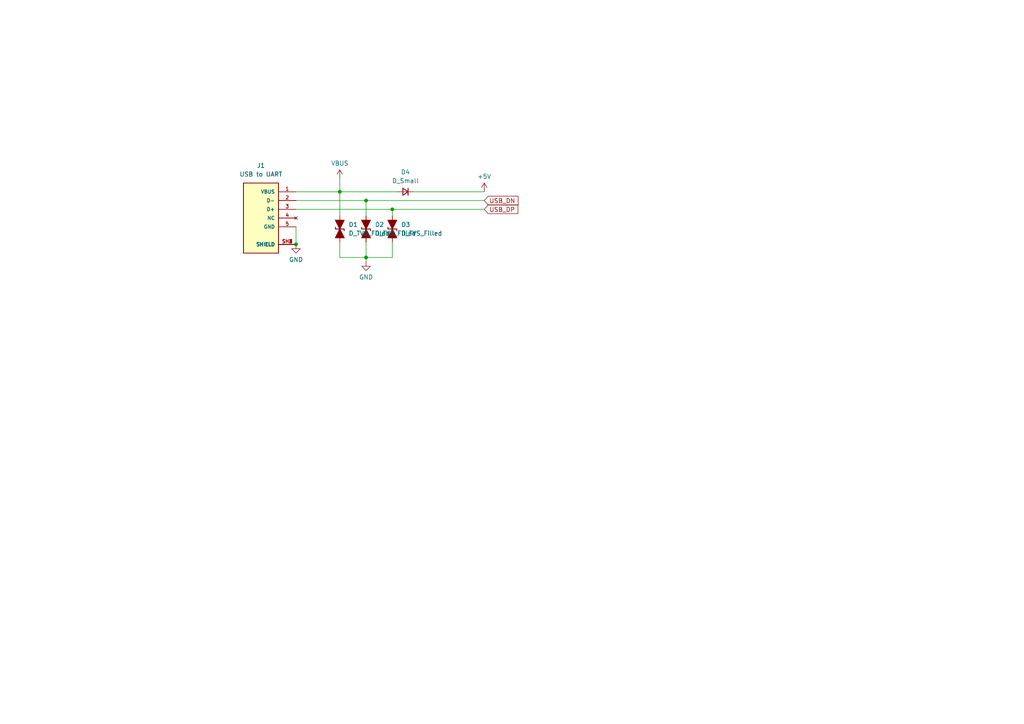
<source format=kicad_sch>
(kicad_sch (version 20230121) (generator eeschema)
  (paper "A4")
  (lib_symbols
    (symbol "Device:D_Small" (pin_numbers hide) (pin_names (offset 0.254) hide)
      (property "Reference" "D" (at -1.27 2.032 0))
      (property "Value" "D_Small" (at -3.81 -2.032 0))
      (symbol "D_Small_0_1"
        (polyline (pts (xy -0.762 -1.016) (xy -0.762 1.016)) (stroke (width 0.254)))
        (polyline (pts (xy -0.762 0) (xy 0.762 0)))
        (polyline (pts (xy 0.762 -1.016) (xy -0.762 0) (xy 0.762 1.016) (xy 0.762 -1.016)) (stroke (width 0.254)))
      )
      (symbol "D_Small_1_1"
        (pin passive line (at -2.54 0 0) (length 1.778) (name "K") (number "1"))
        (pin passive line (at 2.54 0 180) (length 1.778) (name "A") (number "2"))
      )
    )
    (symbol "Device:D_TVS_Filled" (pin_numbers hide) (pin_names (offset 1.016) hide)
      (property "Reference" "D" (at 0 2.54 0))
      (property "Value" "D_TVS_Filled" (at 0 -2.54 0))
      (symbol "D_TVS_Filled_0_1"
        (polyline (pts (xy 1.27 0) (xy -1.27 0)))
        (polyline (pts (xy -2.54 -1.27) (xy 0 0) (xy -2.54 1.27) (xy -2.54 -1.27)) (stroke (width 0.254)) (fill (type outline)))
        (polyline (pts (xy 0.508 1.27) (xy 0 1.27) (xy 0 -1.27) (xy -0.508 -1.27)) (stroke (width 0.254)))
        (polyline (pts (xy 2.54 1.27) (xy 2.54 -1.27) (xy 0 0) (xy 2.54 1.27)) (stroke (width 0.254)) (fill (type outline)))
      )
      (symbol "D_TVS_Filled_1_1"
        (pin passive line (at -3.81 0 0) (length 2.54) (name "A1") (number "1"))
        (pin passive line (at 3.81 0 180) (length 2.54) (name "A2") (number "2"))
      )
    )
    (symbol "UJ2-MIBH-4-SMT_1" (pin_names (offset 1.016))
      (property "Reference" "J" (at -5.0896 10.1791 0))
      (property "Value" "UJ2-MIBH-4-SMT" (at -5.0843 -12.7107 0))
      (symbol "UJ2-MIBH-4-SMT_1_0_0"
        (rectangle (start -5.08 -10.16) (end 5.08 10.16) (stroke (width 0.254)) (fill (type background)))
        (pin power_in line (at 10.16 7.62 180) (length 5.08) (name "VBUS") (number "1"))
        (pin bidirectional line (at 10.16 5.08 180) (length 5.08) (name "D-") (number "2"))
        (pin bidirectional line (at 10.16 2.54 180) (length 5.08) (name "D+") (number "3"))
        (pin no_connect line (at 10.16 0 180) (length 5.08) (name "NC") (number "4"))
        (pin power_in line (at 10.16 -2.54 180) (length 5.08) (name "GND") (number "5"))
        (pin power_in line (at 10.16 -7.62 180) (length 5.08) (name "SHIELD") (number "SH1"))
        (pin power_in line (at 10.16 -7.62 180) (length 5.08) (name "SHIELD") (number "SH2"))
        (pin power_in line (at 10.16 -7.62 180) (length 5.08) (name "SHIELD") (number "SH3"))
        (pin power_in line (at 10.16 -7.62 180) (length 5.08) (name "SHIELD") (number "SH4"))
        (pin power_in line (at 10.16 -7.62 180) (length 5.08) (name "SHIELD") (number "SH5"))
        (pin power_in line (at 10.16 -7.62 180) (length 5.08) (name "SHIELD") (number "SH6"))
      )
    )
    (symbol "power:+5V" (power) (pin_names (offset 0))
      (property "Value" "+5V" (at 0 3.556 0))
      (symbol "+5V_0_1"
        (polyline (pts (xy -0.762 1.27) (xy 0 2.54)))
        (polyline (pts (xy 0 0) (xy 0 2.54)))
        (polyline (pts (xy 0 2.54) (xy 0.762 1.27)))
      )
      (symbol "+5V_1_1"
        (pin power_in line (at 0 0 90) (length 0) hide (name "+5V") (number "1"))
      )
    )
    (symbol "power:GND" (power) (pin_names (offset 0))
      (property "Value" "GND" (at 0 -3.81 0))
      (symbol "GND_0_1"
        (polyline (pts (xy 0 0) (xy 0 -1.27) (xy 1.27 -1.27) (xy 0 -2.54) (xy -1.27 -1.27) (xy 0 -1.27)))
      )
      (symbol "GND_1_1"
        (pin power_in line (at 0 0 270) (length 0) hide (name "GND") (number "1"))
      )
    )
    (symbol "power:VBUS" (power) (pin_names (offset 0))
      (property "Value" "VBUS" (at 0 3.81 0))
      (symbol "VBUS_0_1"
        (polyline (pts (xy -0.762 1.27) (xy 0 2.54)))
        (polyline (pts (xy 0 0) (xy 0 2.54)))
        (polyline (pts (xy 0 2.54) (xy 0.762 1.27)))
      )
      (symbol "VBUS_1_1"
        (pin power_in line (at 0 0 90) (length 0) hide (name "VBUS") (number "1"))
      )
    )
  )
  (junction (at 85.852 70.866))
  (junction (at 106.172 58.166))
  (junction (at 98.552 55.626))
  (junction (at 113.792 60.706))
  (junction (at 106.172 74.676))
  (wire (pts (xy 85.852 55.626) (xy 98.552 55.626)))
  (wire (pts (xy 106.172 74.676) (xy 113.792 74.676)))
  (wire (pts (xy 85.852 65.786) (xy 85.852 70.866)))
  (wire (pts (xy 85.852 58.166) (xy 106.172 58.166)))
  (wire (pts (xy 113.792 60.706) (xy 113.792 62.611)))
  (wire (pts (xy 120.142 55.626) (xy 140.462 55.626)))
  (wire (pts (xy 113.792 70.231) (xy 113.792 74.676)))
  (wire (pts (xy 98.552 74.676) (xy 106.172 74.676)))
  (wire (pts (xy 113.792 60.706) (xy 140.462 60.706)))
  (wire (pts (xy 106.172 58.166) (xy 106.172 62.611)))
  (wire (pts (xy 85.852 60.706) (xy 113.792 60.706)))
  (wire (pts (xy 106.172 58.166) (xy 140.462 58.166)))
  (wire (pts (xy 106.172 74.676) (xy 106.172 70.231)))
  (wire (pts (xy 98.552 70.231) (xy 98.552 74.676)))
  (wire (pts (xy 98.552 51.816) (xy 98.552 55.626)))
  (wire (pts (xy 106.172 75.946) (xy 106.172 74.676)))
  (wire (pts (xy 98.552 55.626) (xy 115.062 55.626)))
  (wire (pts (xy 98.552 55.626) (xy 98.552 62.611)))
  (global_label "USB_DP" (shape input) (at 140.462 60.706 0) (property "Intersheetrefs" "${INTERSHEET_REFS}" (effects hide)))
  (global_label "USB_DN" (shape input) (at 140.462 58.166 0) (property "Intersheetrefs" "${INTERSHEET_REFS}" (effects hide)))
  (symbol (lib_id "Device:D_TVS_Filled") (at 98.552 66.421 90) (unit 1)
    (property "Reference" "D1" (at 101.092 65.151 90) (effects (justify right)))
    (property "Value" "D_TVS_Filled" (at 101.092 67.691 90) (effects (justify right)))
  )
  (symbol (lib_id "power:+5V") (at 140.462 55.626 0) (unit 1)
    (property "Reference" "#PWR040" (effects hide))
    (property "Value" "+5V" (at 140.462 51.181 0))
  )
  (symbol (lib_id "Device:D_TVS_Filled") (at 106.172 66.421 90) (unit 1)
    (property "Reference" "D2" (at 108.712 65.151 90) (effects (justify right)))
    (property "Value" "D_TVS_Filled" (at 108.712 67.691 90) (effects (justify right)))
  )
  (symbol (lib_id "power:GND") (at 106.172 75.946 0) (unit 1)
    (property "Reference" "#PWR039" (effects hide))
    (property "Value" "GND" (at 106.172 80.391 0))
  )
  (symbol (lib_name "UJ2-MIBH-4-SMT_1") (lib_id "UJ2-MIBH-4-SMT:UJ2-MIBH-4-SMT") (at 75.692 63.246 0) (unit 1)
    (property "Reference" "J1" (at 75.692 48.006 0))
    (property "Value" "USB to UART" (at 75.692 50.546 0))
    (property "Footprint" "UJ2-MIBH-4-SMT:CUI_UJ2-MIBH-4-SMT" (effects hide))
    (property "MF" "CUI Devices" (effects hide))
    (property "Description" "\nMicro B, USB 2.0, 480 Mbps, 30 Vac, 1.8 A, Right Angle, Surface Mount, USB Receptacle\n" (effects hide))
    (property "Package" "None" (effects hide))
    (property "Price" "None" (effects hide))
    (property "Check_prices" "https://www.snapeda.com/parts/UJ2-MIBH-4-SMT/CUI+Devices/view-part/?ref=eda" (effects hide))
    (property "PART_REV" "1.0" (effects hide))
    (property "STANDARD" "MANUFACTURER RECOMMENDATIONS" (effects hide))
    (property "SnapEDA_Link" "https://www.snapeda.com/parts/UJ2-MIBH-4-SMT/CUI+Devices/view-part/?ref=snap" (effects hide))
    (property "MP" "UJ2-MIBH-4-SMT" (effects hide))
    (property "CUI_purchase_URL" "https://www.cuidevices.com/product/interconnect/connectors/usb-connectors/uj2-mibh-4-smt?utm_source=snapeda.com&utm_medium=referral&utm_campaign=snapedaBOM" (effects hide))
    (property "Availability" "In Stock" (effects hide))
    (property "MANUFACTURER" "CUI INC" (effects hide))
  )
  (symbol (lib_id "power:GND") (at 85.852 70.866 0) (unit 1)
    (property "Reference" "#PWR037" (effects hide))
    (property "Value" "GND" (at 85.852 75.311 0))
  )
  (symbol (lib_id "Device:D_TVS_Filled") (at 113.792 66.421 90) (unit 1)
    (property "Reference" "D3" (at 116.332 65.151 90) (effects (justify right)))
    (property "Value" "D_TVS_Filled" (at 116.332 67.691 90) (effects (justify right)))
  )
  (symbol (lib_id "Device:D_Small") (at 117.602 55.626 180) (unit 1)
    (property "Reference" "D4" (at 117.602 49.911 0))
    (property "Value" "D_Small" (at 117.602 52.451 0))
    (property "Sim.Device" "D" (effects hide))
    (property "Sim.Pins" "1=K 2=A" (effects hide))
  )
  (symbol (lib_id "power:VBUS") (at 98.552 51.816 0) (unit 1)
    (property "Reference" "#PWR038" (effects hide))
    (property "Value" "VBUS" (at 98.552 47.371 0))
  )
)
</source>
